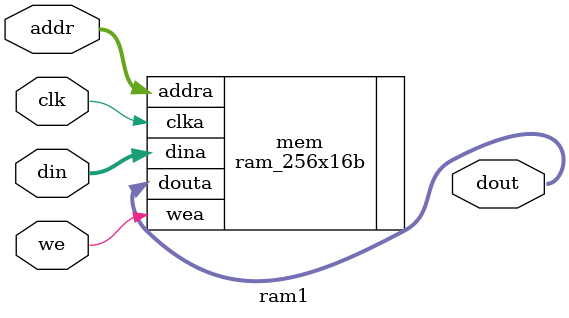
<source format=v>
`timescale 1ns / 1ps

module ram1(
    input clk,
    input we,
    input [7:0] addr,
    input [15:0] din,
    output [15:0] dout
    );

   ram_256x16b mem (
  .clka(clk), // input clka
  .wea(we), // input [0 : 0] wea
  .addra(addr), // input [7 : 0] addra
  .dina(din), // input [15 : 0] dina
  .douta(dout) // output [15 : 0] douta
   );

endmodule

</source>
